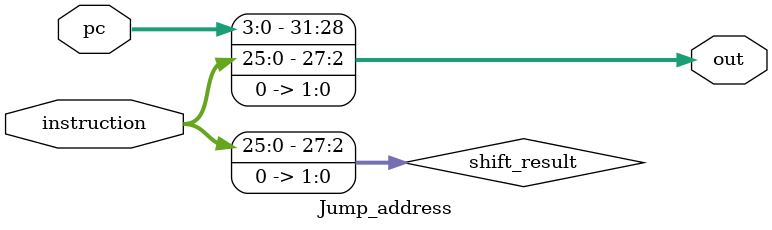
<source format=v>
module Jump_address (instruction, pc, out);

//IO managing
input	[25:0]	instruction;
input	[3:0]	pc;
output	[31:0]	out;

//Internal Wire
wire	[27:0] shift_result;

assign shift_result = {2'b00, instruction} << 2;
assign out = {pc, shift_result};





endmodule

</source>
